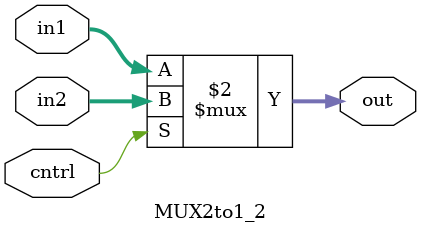
<source format=v>
module MUX2to1_2(cntrl,in1,in2,out);
input cntrl;
input [1:0] in1,in2;
output [1:0] out;
assign out = (cntrl == 1) ? in2 : in1;
endmodule

</source>
